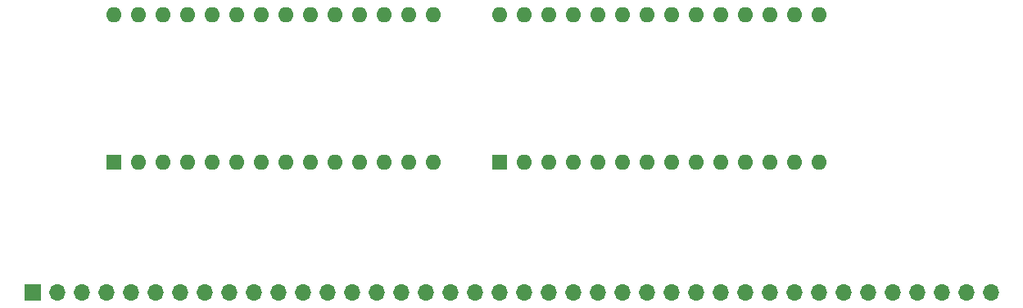
<source format=gbs>
%TF.GenerationSoftware,KiCad,Pcbnew,7.0.1*%
%TF.CreationDate,2024-02-11T14:51:01+00:00*%
%TF.ProjectId,Sys09Memory,53797330-394d-4656-9d6f-72792e6b6963,rev?*%
%TF.SameCoordinates,Original*%
%TF.FileFunction,Soldermask,Bot*%
%TF.FilePolarity,Negative*%
%FSLAX46Y46*%
G04 Gerber Fmt 4.6, Leading zero omitted, Abs format (unit mm)*
G04 Created by KiCad (PCBNEW 7.0.1) date 2024-02-11 14:51:01*
%MOMM*%
%LPD*%
G01*
G04 APERTURE LIST*
%ADD10R,1.600000X1.600000*%
%ADD11O,1.600000X1.600000*%
%ADD12R,1.700000X1.700000*%
%ADD13O,1.700000X1.700000*%
G04 APERTURE END LIST*
D10*
%TO.C,U1*%
X105783000Y-122055000D03*
D11*
X108323000Y-122055000D03*
X110863000Y-122055000D03*
X113403000Y-122055000D03*
X115943000Y-122055000D03*
X118483000Y-122055000D03*
X121023000Y-122055000D03*
X123563000Y-122055000D03*
X126103000Y-122055000D03*
X128643000Y-122055000D03*
X131183000Y-122055000D03*
X133723000Y-122055000D03*
X136263000Y-122055000D03*
X138803000Y-122055000D03*
X138803000Y-106815000D03*
X136263000Y-106815000D03*
X133723000Y-106815000D03*
X131183000Y-106815000D03*
X128643000Y-106815000D03*
X126103000Y-106815000D03*
X123563000Y-106815000D03*
X121023000Y-106815000D03*
X118483000Y-106815000D03*
X115943000Y-106815000D03*
X113403000Y-106815000D03*
X110863000Y-106815000D03*
X108323000Y-106815000D03*
X105783000Y-106815000D03*
%TD*%
D10*
%TO.C,U2*%
X145661000Y-122055000D03*
D11*
X148201000Y-122055000D03*
X150741000Y-122055000D03*
X153281000Y-122055000D03*
X155821000Y-122055000D03*
X158361000Y-122055000D03*
X160901000Y-122055000D03*
X163441000Y-122055000D03*
X165981000Y-122055000D03*
X168521000Y-122055000D03*
X171061000Y-122055000D03*
X173601000Y-122055000D03*
X176141000Y-122055000D03*
X178681000Y-122055000D03*
X178681000Y-106815000D03*
X176141000Y-106815000D03*
X173601000Y-106815000D03*
X171061000Y-106815000D03*
X168521000Y-106815000D03*
X165981000Y-106815000D03*
X163441000Y-106815000D03*
X160901000Y-106815000D03*
X158361000Y-106815000D03*
X155821000Y-106815000D03*
X153281000Y-106815000D03*
X150741000Y-106815000D03*
X148201000Y-106815000D03*
X145661000Y-106815000D03*
%TD*%
D12*
%TO.C,J1*%
X97401000Y-135517000D03*
D13*
X99941000Y-135517000D03*
X102481000Y-135517000D03*
X105021000Y-135517000D03*
X107561000Y-135517000D03*
X110101000Y-135517000D03*
X112641000Y-135517000D03*
X115181000Y-135517000D03*
X117721000Y-135517000D03*
X120261000Y-135517000D03*
X122801000Y-135517000D03*
X125341000Y-135517000D03*
X127881000Y-135517000D03*
X130421000Y-135517000D03*
X132961000Y-135517000D03*
X135501000Y-135517000D03*
X138041000Y-135517000D03*
X140581000Y-135517000D03*
X143121000Y-135517000D03*
X145661000Y-135517000D03*
X148201000Y-135517000D03*
X150741000Y-135517000D03*
X153281000Y-135517000D03*
X155821000Y-135517000D03*
X158361000Y-135517000D03*
X160901000Y-135517000D03*
X163441000Y-135517000D03*
X165981000Y-135517000D03*
X168521000Y-135517000D03*
X171061000Y-135517000D03*
X173601000Y-135517000D03*
X176141000Y-135517000D03*
X178681000Y-135517000D03*
X181221000Y-135517000D03*
X183761000Y-135517000D03*
X186301000Y-135517000D03*
X188841000Y-135517000D03*
X191381000Y-135517000D03*
X193921000Y-135517000D03*
X196461000Y-135517000D03*
%TD*%
M02*

</source>
